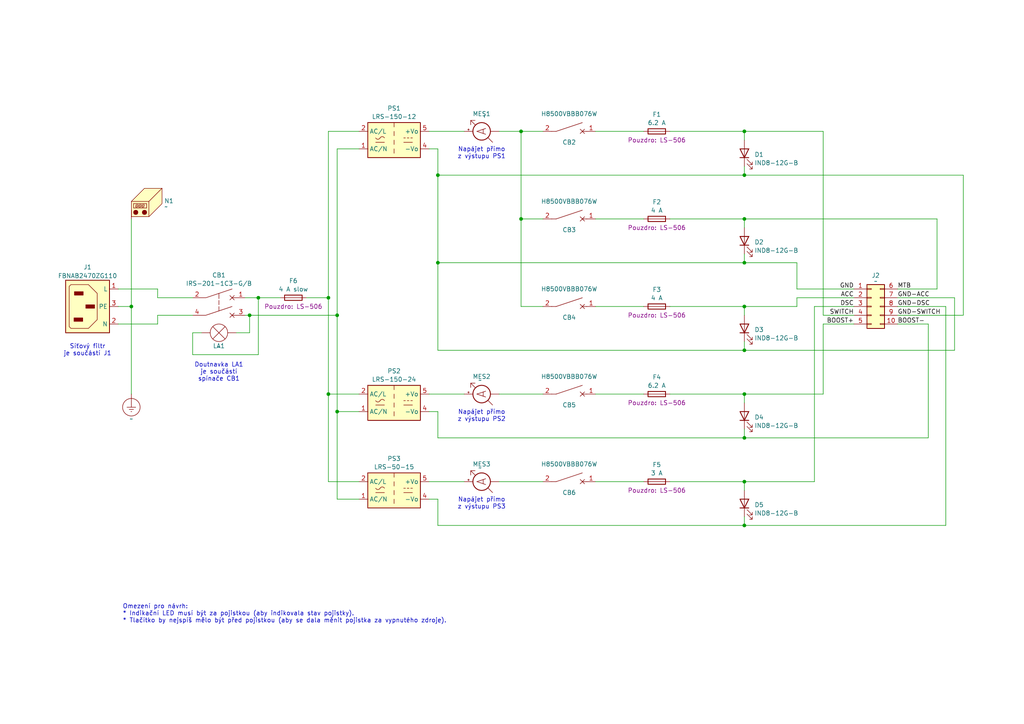
<source format=kicad_sch>
(kicad_sch (version 20231120) (generator "eeschema") (generator_version "8.0")
  (paper "A4")
  (title_block (title "Napájecí zdroj KMŽ/LRKV 2024/2025") (date "2024-12-24") (rev "1.0"))
  (lib_symbols
    (symbol "Connector:IEC_60320_C14_Receptacle"
      (property "Reference" "J" (at -5.842 8.636 0))
      (property "Value" "IEC_60320_C14_Receptacle" (at 0 -9.144 0))
      (symbol "IEC_60320_C14_Receptacle_1_1"
        (rectangle (start -6.35 7.62) (end 6.35 -7.62) (stroke (width 0.254)) (fill (type background)))
        (rectangle (start -3.937 -3.302) (end -1.397 -4.318) (fill (type outline)))
        (rectangle (start -3.81 4.318) (end -1.27 3.302) (fill (type outline)))
        (rectangle (start -0.508 0.508) (end 2.032 -0.508) (fill (type outline)))
        (polyline (pts (xy -4.826 -6.35) (xy -5.334 -5.842) (xy -5.334 5.842) (xy -4.826 6.35) (xy 0.254 6.35) (xy 2.794 3.81) (xy 2.794 -3.81) (xy 0.254 -6.35) (xy -4.826 -6.35)) (fill (type background)))
        (pin power_in line (at 8.89 5.08 180) (length 2.54) (name "L") (number "1"))
        (pin power_in line (at 8.89 -5.08 180) (length 2.54) (name "N") (number "2"))
        (pin bidirectional line (at 8.89 0 180) (length 2.54) (name "PE") (number "3"))
      )
    )
    (symbol "Connector_Generic:Conn_02x05_Top_Bottom" (pin_names (offset 1.016) hide)
      (property "Reference" "J" (at 1.27 7.62 0))
      (property "Value" "Conn_02x05_Top_Bottom" (at 1.27 -7.62 0))
      (symbol "Conn_02x05_Top_Bottom_1_1"
        (rectangle (start -1.27 -4.953) (end 0 -5.207) (stroke (width 0.1524)))
        (rectangle (start -1.27 -2.413) (end 0 -2.667) (stroke (width 0.1524)))
        (rectangle (start -1.27 0.127) (end 0 -0.127) (stroke (width 0.1524)))
        (rectangle (start -1.27 2.667) (end 0 2.413) (stroke (width 0.1524)))
        (rectangle (start -1.27 5.207) (end 0 4.953) (stroke (width 0.1524)))
        (rectangle (start -1.27 6.35) (end 3.81 -6.35) (stroke (width 0.254)) (fill (type background)))
        (rectangle (start 3.81 -4.953) (end 2.54 -5.207) (stroke (width 0.1524)))
        (rectangle (start 3.81 -2.413) (end 2.54 -2.667) (stroke (width 0.1524)))
        (rectangle (start 3.81 0.127) (end 2.54 -0.127) (stroke (width 0.1524)))
        (rectangle (start 3.81 2.667) (end 2.54 2.413) (stroke (width 0.1524)))
        (rectangle (start 3.81 5.207) (end 2.54 4.953) (stroke (width 0.1524)))
        (pin passive line (at -5.08 5.08 0) (length 3.81) (name "Pin_1") (number "1"))
        (pin passive line (at 7.62 -5.08 180) (length 3.81) (name "Pin_10") (number "10"))
        (pin passive line (at -5.08 2.54 0) (length 3.81) (name "Pin_2") (number "2"))
        (pin passive line (at -5.08 0 0) (length 3.81) (name "Pin_3") (number "3"))
        (pin passive line (at -5.08 -2.54 0) (length 3.81) (name "Pin_4") (number "4"))
        (pin passive line (at -5.08 -5.08 0) (length 3.81) (name "Pin_5") (number "5"))
        (pin passive line (at 7.62 5.08 180) (length 3.81) (name "Pin_6") (number "6"))
        (pin passive line (at 7.62 2.54 180) (length 3.81) (name "Pin_7") (number "7"))
        (pin passive line (at 7.62 0 180) (length 3.81) (name "Pin_8") (number "8"))
        (pin passive line (at 7.62 -2.54 180) (length 3.81) (name "Pin_9") (number "9"))
      )
    )
    (symbol "Converter_ACDC:BAC05S05DC"
      (property "Reference" "PS" (at 0 6.35 0))
      (property "Value" "BAC05S05DC" (at 0 -6.35 0))
      (symbol "BAC05S05DC_0_1"
        (rectangle (start -7.62 5.08) (end 7.62 -5.08) (stroke (width 0.254)) (fill (type background)))
        (arc (start -5.334 0.635) (mid -4.699 0.2495) (end -4.064 0.635))
        (arc (start -2.794 0.635) (mid -3.429 1.0072) (end -4.064 0.635))
        (polyline (pts (xy -5.334 -0.635) (xy -2.794 -0.635)))
        (polyline (pts (xy 0 -2.54) (xy 0 -3.81)))
        (polyline (pts (xy 0 0) (xy 0 -1.27)))
        (polyline (pts (xy 0 2.54) (xy 0 1.27)))
        (polyline (pts (xy 0 5.08) (xy 0 3.81)))
        (polyline (pts (xy 2.794 -0.635) (xy 5.334 -0.635)))
        (polyline (pts (xy 2.794 0.635) (xy 3.302 0.635)))
        (polyline (pts (xy 3.81 0.635) (xy 4.318 0.635)))
        (polyline (pts (xy 4.826 0.635) (xy 5.334 0.635)))
      )
      (symbol "BAC05S05DC_1_1"
        (pin power_in line (at -10.16 -2.54 0) (length 2.54) (name "AC/N") (number "1"))
        (pin power_in line (at -10.16 2.54 0) (length 2.54) (name "AC/L") (number "2"))
        (pin no_connect line (at 7.62 0 180) (length 2.54) hide (name "NC") (number "3"))
        (pin power_out line (at 10.16 -2.54 180) (length 2.54) (name "-Vo") (number "4"))
        (pin power_out line (at 10.16 2.54 180) (length 2.54) (name "+Vo") (number "5"))
      )
    )
    (symbol "Device:Ammeter_DC" (pin_numbers hide) (pin_names (offset 0.0254) hide)
      (property "Reference" "MES" (at -3.302 1.016 0))
      (property "Value" "Ammeter_DC" (at -3.302 -0.762 0))
      (symbol "Ammeter_DC_0_0"
        (polyline (pts (xy -3.175 -3.175) (xy -1.905 -1.905)))
        (polyline (pts (xy 1.905 1.905) (xy 3.175 3.175)))
        (polyline (pts (xy 1.905 3.175) (xy 3.175 3.175) (xy 3.175 1.905)))
        (text "A" (at 0 0 0) (effects (font (size 2.54 2.54))))
      )
      (symbol "Ammeter_DC_0_1"
        (polyline (pts (xy 0.254 3.81) (xy 0.762 3.81)))
        (polyline (pts (xy 0.508 4.064) (xy 0.508 3.556)))
        (circle (center 0 0) (radius 2.54) (stroke (width 0.254)))
      )
      (symbol "Ammeter_DC_1_1"
        (pin passive line (at 0 -5.08 90) (length 2.54) (name "-") (number "1"))
        (pin passive line (at 0 5.08 270) (length 2.54) (name "+") (number "2"))
      )
    )
    (symbol "Device:CircuitBreaker_1P"
      (property "Reference" "CB" (at 1.905 0 0))
      (property "Value" "CircuitBreaker_1P" (at 1.905 1.905 0))
      (symbol "CircuitBreaker_1P_0_1"
        (polyline (pts (xy 0 -5.08) (xy 0 -3.81)))
        (polyline (pts (xy 0 -3.81) (xy -2.54 3.81)))
      )
      (symbol "CircuitBreaker_1P_1_1"
        (polyline (pts (xy -0.635 4.445) (xy 0.635 3.175)))
        (polyline (pts (xy 0 5.08) (xy 0 3.81)))
        (polyline (pts (xy 0.635 4.445) (xy -0.635 3.175)))
        (pin passive line (at 0 7.62 270) (length 2.54) (name "~") (number "1"))
        (pin passive line (at 0 -7.62 90) (length 2.54) (name "~") (number "2"))
      )
    )
    (symbol "Device:CircuitBreaker_2P"
      (property "Reference" "CB" (at 3.81 0 0))
      (property "Value" "CircuitBreaker_2P" (at 3.81 2.54 0))
      (symbol "CircuitBreaker_2P_0_1"
        (polyline (pts (xy -3.81 0) (xy -2.286 0)))
        (polyline (pts (xy -2.54 -3.81) (xy -5.08 3.81)))
        (polyline (pts (xy -1.778 0) (xy -0.508 0)))
        (polyline (pts (xy 0 0) (xy 1.27 0)))
        (polyline (pts (xy 2.54 -5.08) (xy 2.54 -3.81)))
        (polyline (pts (xy 2.54 -3.81) (xy 0 3.81)))
      )
      (symbol "CircuitBreaker_2P_1_1"
        (polyline (pts (xy -3.175 4.445) (xy -1.905 3.175)))
        (polyline (pts (xy -2.54 -3.81) (xy -2.54 -5.08)))
        (polyline (pts (xy -2.54 5.08) (xy -2.54 3.81)))
        (polyline (pts (xy -1.905 4.445) (xy -3.175 3.175)))
        (polyline (pts (xy 1.905 4.445) (xy 3.175 3.175)))
        (polyline (pts (xy 2.54 5.08) (xy 2.54 3.81)))
        (polyline (pts (xy 3.175 4.445) (xy 1.905 3.175)))
        (pin passive line (at -2.54 7.62 270) (length 2.54) (name "~") (number "1"))
        (pin passive line (at -2.54 -7.62 90) (length 2.54) (name "~") (number "2"))
        (pin passive line (at 2.54 7.62 270) (length 2.54) (name "~") (number "3"))
        (pin passive line (at 2.54 -7.62 90) (length 2.54) (name "~") (number "4"))
      )
    )
    (symbol "Device:Fuse" (pin_numbers hide) (pin_names (offset 0))
      (property "Reference" "F" (at 2.032 0 90))
      (property "Value" "Fuse" (at -1.905 0 90))
      (symbol "Fuse_0_1"
        (rectangle (start -0.762 -2.54) (end 0.762 2.54) (stroke (width 0.254)))
        (polyline (pts (xy 0 2.54) (xy 0 -2.54)))
      )
      (symbol "Fuse_1_1"
        (pin passive line (at 0 3.81 270) (length 1.27) (name "~") (number "1"))
        (pin passive line (at 0 -3.81 90) (length 1.27) (name "~") (number "2"))
      )
    )
    (symbol "Device:LED" (pin_numbers hide) (pin_names (offset 1.016) hide)
      (property "Reference" "D" (at 0 2.54 0))
      (property "Value" "LED" (at 0 -2.54 0))
      (symbol "LED_0_1"
        (polyline (pts (xy -1.27 -1.27) (xy -1.27 1.27)) (stroke (width 0.254)))
        (polyline (pts (xy -1.27 0) (xy 1.27 0)))
        (polyline (pts (xy 1.27 -1.27) (xy 1.27 1.27) (xy -1.27 0) (xy 1.27 -1.27)) (stroke (width 0.254)))
        (polyline (pts (xy -3.048 -0.762) (xy -4.572 -2.286) (xy -3.81 -2.286) (xy -4.572 -2.286) (xy -4.572 -1.524)))
        (polyline (pts (xy -1.778 -0.762) (xy -3.302 -2.286) (xy -2.54 -2.286) (xy -3.302 -2.286) (xy -3.302 -1.524)))
      )
      (symbol "LED_1_1"
        (pin passive line (at -3.81 0 0) (length 2.54) (name "K") (number "1"))
        (pin passive line (at 3.81 0 180) (length 2.54) (name "A") (number "2"))
      )
    )
    (symbol "Device:Lamp" (pin_numbers hide) (pin_names (offset 0.0254) hide)
      (property "Reference" "LA" (at 0.635 3.81 0))
      (property "Value" "Lamp" (at 0.635 -3.81 0))
      (symbol "Lamp_0_1"
        (polyline (pts (xy -1.778 1.778) (xy 1.778 -1.778)))
        (polyline (pts (xy 1.778 1.778) (xy -1.778 -1.778)))
        (circle (center 0 0) (radius 2.54))
      )
      (symbol "Lamp_1_1"
        (pin passive line (at 0 -5.08 90) (length 2.54) (name "-") (number "1"))
        (pin passive line (at 0 5.08 270) (length 2.54) (name "+") (number "2"))
      )
    )
    (symbol "Mechanical:Housing_Pad" (pin_numbers hide) (pin_names (offset 1.016) hide) (exclude_from_sim yes)
      (property "Reference" "N" (at 4.445 0 0))
      (property "Value" "Housing_Pad" (at 4.445 -1.905 0))
      (symbol "Housing_Pad_0_1"
        (rectangle (start -4.445 -0.635) (end -0.635 -1.905))
        (circle (center -3.81 -3.175) (radius 0.635) (fill (type outline)))
        (circle (center -1.27 -3.175) (radius 0.635) (fill (type outline)))
        (polyline (pts (xy -3.8862 -1.5748) (xy -3.8354 -1.3716)))
        (polyline (pts (xy -3.7846 -1.6764) (xy -3.429 -1.6764)))
        (polyline (pts (xy -3.7846 -1.2192) (xy -3.7338 -0.9652)))
        (polyline (pts (xy -3.683 -1.3208) (xy -3.3782 -1.3208)))
        (polyline (pts (xy -3.5814 -0.9144) (xy -3.2766 -0.9144)))
        (polyline (pts (xy -3.2766 -1.6256) (xy -3.2258 -1.3716)))
        (polyline (pts (xy -3.175 -1.2192) (xy -3.1242 -0.9652)))
        (polyline (pts (xy -2.9718 -1.5748) (xy -2.921 -1.3716)))
        (polyline (pts (xy -2.8702 -1.6764) (xy -2.5146 -1.6764)))
        (polyline (pts (xy -2.8702 -1.2192) (xy -2.8194 -0.9652)))
        (polyline (pts (xy -2.7686 -1.3208) (xy -2.4638 -1.3208)))
        (polyline (pts (xy -2.667 -0.9144) (xy -2.3622 -0.9144)))
        (polyline (pts (xy -2.3622 -1.6256) (xy -2.3114 -1.3716)))
        (polyline (pts (xy -2.2606 -1.2192) (xy -2.2098 -0.9652)))
        (polyline (pts (xy -2.0574 -1.5748) (xy -2.0066 -1.3716)))
        (polyline (pts (xy -1.9558 -1.6764) (xy -1.6002 -1.6764)))
        (polyline (pts (xy -1.9558 -1.2192) (xy -1.905 -0.9652)))
        (polyline (pts (xy -1.8542 -1.3208) (xy -1.5494 -1.3208)))
        (polyline (pts (xy -1.7526 -0.9144) (xy -1.4478 -0.9144)))
        (polyline (pts (xy -1.4478 -1.6256) (xy -1.397 -1.3716)))
        (polyline (pts (xy -1.3462 -1.2192) (xy -1.2954 -0.9652)))
        (polyline (pts (xy 0 0) (xy 0 -4.445)))
        (polyline (pts (xy -5.08 0) (xy 0 0) (xy 3.81 3.81)))
        (polyline (pts (xy -5.08 0) (xy -5.08 -4.445) (xy 0 -4.445) (xy 3.81 -0.635) (xy 3.81 3.81) (xy -1.27 3.81) (xy -5.08 0)) (fill (type background)))
      )
      (symbol "Housing_Pad_1_1"
        (pin input line (at -5.08 -5.08 90) (length 2.54) (name "PAD") (number "1"))
      )
    )
    (symbol "power:Earth_Protective" (power) (pin_numbers hide) (pin_names (offset 0) hide)
      (property "Value" "Earth_Protective" (at 0 -7.62 0))
      (symbol "Earth_Protective_0_1"
        (circle (center 0 -3.81) (radius 2.54))
        (polyline (pts (xy -0.635 -4.445) (xy 0.635 -4.445)))
        (polyline (pts (xy -0.127 -5.08) (xy 0.127 -5.08)))
        (polyline (pts (xy 0 -3.81) (xy 0 0)))
        (polyline (pts (xy 1.27 -3.81) (xy -1.27 -3.81)))
      )
      (symbol "Earth_Protective_1_1"
        (pin power_in line (at 0 0 270) (length 0) (name "~") (number "1"))
      )
    )
  )
  (junction (at 74.93 86.36))
  (junction (at 72.39 91.44))
  (junction (at 215.9 88.9))
  (junction (at 127 76.2))
  (junction (at 95.25 86.36))
  (junction (at 127 50.8))
  (junction (at 215.9 50.8))
  (junction (at 215.9 127))
  (junction (at 215.9 101.6))
  (junction (at 215.9 152.4))
  (junction (at 95.25 114.3))
  (junction (at 215.9 114.3))
  (junction (at 151.13 38.1))
  (junction (at 215.9 76.2))
  (junction (at 38.1 88.9))
  (junction (at 215.9 63.5))
  (junction (at 97.79 91.44))
  (junction (at 97.79 119.38))
  (junction (at 215.9 38.1))
  (junction (at 151.13 63.5))
  (junction (at 215.9 139.7))
  (wire (pts (xy 97.79 43.18) (xy 104.14 43.18)))
  (wire (pts (xy 215.9 38.1) (xy 215.9 40.64)))
  (wire (pts (xy 151.13 63.5) (xy 151.13 88.9)))
  (wire (pts (xy 215.9 76.2) (xy 231.14 76.2)))
  (wire (pts (xy 231.14 86.36) (xy 247.65 86.36)))
  (wire (pts (xy 97.79 144.78) (xy 104.14 144.78)))
  (wire (pts (xy 124.46 38.1) (xy 134.62 38.1)))
  (wire (pts (xy 127 76.2) (xy 127 101.6)))
  (wire (pts (xy 215.9 50.8) (xy 279.4 50.8)))
  (wire (pts (xy 144.78 139.7) (xy 157.48 139.7)))
  (wire (pts (xy 172.72 114.3) (xy 186.69 114.3)))
  (wire (pts (xy 58.42 96.52) (xy 55.88 96.52)))
  (wire (pts (xy 231.14 83.82) (xy 247.65 83.82)))
  (wire (pts (xy 260.35 91.44) (xy 279.4 91.44)))
  (wire (pts (xy 236.22 88.9) (xy 247.65 88.9)))
  (wire (pts (xy 97.79 119.38) (xy 97.79 144.78)))
  (wire (pts (xy 45.72 91.44) (xy 45.72 93.98)))
  (wire (pts (xy 45.72 86.36) (xy 55.88 86.36)))
  (wire (pts (xy 95.25 38.1) (xy 104.14 38.1)))
  (wire (pts (xy 34.29 88.9) (xy 38.1 88.9)))
  (wire (pts (xy 194.31 139.7) (xy 215.9 139.7)))
  (wire (pts (xy 71.12 86.36) (xy 74.93 86.36)))
  (wire (pts (xy 215.9 124.46) (xy 215.9 127)))
  (wire (pts (xy 215.9 114.3) (xy 238.76 114.3)))
  (wire (pts (xy 127 50.8) (xy 127 76.2)))
  (wire (pts (xy 71.12 91.44) (xy 72.39 91.44)))
  (wire (pts (xy 97.79 119.38) (xy 104.14 119.38)))
  (wire (pts (xy 260.35 83.82) (xy 271.78 83.82)))
  (wire (pts (xy 215.9 63.5) (xy 271.78 63.5)))
  (wire (pts (xy 97.79 91.44) (xy 97.79 43.18)))
  (wire (pts (xy 269.24 127) (xy 269.24 93.98)))
  (wire (pts (xy 34.29 83.82) (xy 45.72 83.82)))
  (wire (pts (xy 215.9 114.3) (xy 215.9 116.84)))
  (wire (pts (xy 260.35 86.36) (xy 276.86 86.36)))
  (wire (pts (xy 215.9 88.9) (xy 215.9 91.44)))
  (wire (pts (xy 172.72 139.7) (xy 186.69 139.7)))
  (wire (pts (xy 127 101.6) (xy 215.9 101.6)))
  (wire (pts (xy 172.72 88.9) (xy 186.69 88.9)))
  (wire (pts (xy 215.9 73.66) (xy 215.9 76.2)))
  (wire (pts (xy 172.72 38.1) (xy 186.69 38.1)))
  (wire (pts (xy 215.9 149.86) (xy 215.9 152.4)))
  (wire (pts (xy 215.9 139.7) (xy 215.9 142.24)))
  (wire (pts (xy 151.13 63.5) (xy 157.48 63.5)))
  (wire (pts (xy 274.32 152.4) (xy 274.32 88.9)))
  (wire (pts (xy 127 152.4) (xy 215.9 152.4)))
  (wire (pts (xy 172.72 63.5) (xy 186.69 63.5)))
  (wire (pts (xy 45.72 83.82) (xy 45.72 86.36)))
  (wire (pts (xy 38.1 63.5) (xy 38.1 88.9)))
  (wire (pts (xy 127 76.2) (xy 215.9 76.2)))
  (wire (pts (xy 95.25 139.7) (xy 104.14 139.7)))
  (wire (pts (xy 231.14 76.2) (xy 231.14 83.82)))
  (wire (pts (xy 276.86 101.6) (xy 276.86 86.36)))
  (wire (pts (xy 127 144.78) (xy 127 152.4)))
  (wire (pts (xy 238.76 114.3) (xy 238.76 93.98)))
  (wire (pts (xy 127 50.8) (xy 215.9 50.8)))
  (wire (pts (xy 124.46 139.7) (xy 134.62 139.7)))
  (wire (pts (xy 95.25 86.36) (xy 95.25 38.1)))
  (wire (pts (xy 55.88 96.52) (xy 55.88 102.87)))
  (wire (pts (xy 238.76 93.98) (xy 247.65 93.98)))
  (wire (pts (xy 215.9 127) (xy 269.24 127)))
  (wire (pts (xy 215.9 101.6) (xy 276.86 101.6)))
  (wire (pts (xy 144.78 38.1) (xy 151.13 38.1)))
  (wire (pts (xy 260.35 88.9) (xy 274.32 88.9)))
  (wire (pts (xy 72.39 91.44) (xy 97.79 91.44)))
  (wire (pts (xy 238.76 38.1) (xy 238.76 91.44)))
  (wire (pts (xy 194.31 38.1) (xy 215.9 38.1)))
  (wire (pts (xy 215.9 99.06) (xy 215.9 101.6)))
  (wire (pts (xy 151.13 38.1) (xy 157.48 38.1)))
  (wire (pts (xy 124.46 144.78) (xy 127 144.78)))
  (wire (pts (xy 74.93 102.87) (xy 74.93 86.36)))
  (wire (pts (xy 124.46 43.18) (xy 127 43.18)))
  (wire (pts (xy 238.76 91.44) (xy 247.65 91.44)))
  (wire (pts (xy 151.13 38.1) (xy 151.13 63.5)))
  (wire (pts (xy 55.88 102.87) (xy 74.93 102.87)))
  (wire (pts (xy 68.58 96.52) (xy 72.39 96.52)))
  (wire (pts (xy 38.1 88.9) (xy 38.1 114.3)))
  (wire (pts (xy 260.35 93.98) (xy 269.24 93.98)))
  (wire (pts (xy 127 119.38) (xy 127 127)))
  (wire (pts (xy 215.9 139.7) (xy 236.22 139.7)))
  (wire (pts (xy 279.4 50.8) (xy 279.4 91.44)))
  (wire (pts (xy 95.25 139.7) (xy 95.25 114.3)))
  (wire (pts (xy 194.31 114.3) (xy 215.9 114.3)))
  (wire (pts (xy 88.9 86.36) (xy 95.25 86.36)))
  (wire (pts (xy 151.13 88.9) (xy 157.48 88.9)))
  (wire (pts (xy 95.25 86.36) (xy 95.25 114.3)))
  (wire (pts (xy 215.9 152.4) (xy 274.32 152.4)))
  (wire (pts (xy 55.88 91.44) (xy 45.72 91.44)))
  (wire (pts (xy 215.9 88.9) (xy 231.14 88.9)))
  (wire (pts (xy 45.72 93.98) (xy 34.29 93.98)))
  (wire (pts (xy 215.9 63.5) (xy 215.9 66.04)))
  (wire (pts (xy 231.14 88.9) (xy 231.14 86.36)))
  (wire (pts (xy 144.78 114.3) (xy 157.48 114.3)))
  (wire (pts (xy 127 43.18) (xy 127 50.8)))
  (wire (pts (xy 124.46 114.3) (xy 134.62 114.3)))
  (wire (pts (xy 271.78 63.5) (xy 271.78 83.82)))
  (wire (pts (xy 124.46 119.38) (xy 127 119.38)))
  (wire (pts (xy 95.25 114.3) (xy 104.14 114.3)))
  (wire (pts (xy 215.9 48.26) (xy 215.9 50.8)))
  (wire (pts (xy 194.31 88.9) (xy 215.9 88.9)))
  (wire (pts (xy 127 127) (xy 215.9 127)))
  (wire (pts (xy 72.39 96.52) (xy 72.39 91.44)))
  (wire (pts (xy 194.31 63.5) (xy 215.9 63.5)))
  (wire (pts (xy 215.9 38.1) (xy 238.76 38.1)))
  (wire (pts (xy 74.93 86.36) (xy 81.28 86.36)))
  (wire (pts (xy 236.22 139.7) (xy 236.22 88.9)))
  (wire (pts (xy 97.79 91.44) (xy 97.79 119.38)))
  (text "Doutnavka LA1\nje součástí\nspínače CB1" (at 63.5 107.95 0) (effects (font (size 1.27 1.27))))
  (text "Omezení pro návrh:\n* Indikační LED musí být za pojistkou (aby indikovala stav pojistky).\n* Tlačítko by nejspíš mělo být před pojistkou (aby se dala měnit pojistka za vypnutého zdroje)." (at 35.56 175.26 0) (effects (font (size 1.27 1.27)) (justify left top)))
  (text "Napájet přímo\nz výstupu PS2" (at 139.7 120.65 0) (effects (font (size 1.27 1.27))))
  (text "Síťový filtr\nje součástí J1" (at 25.4 101.6 0) (effects (font (size 1.27 1.27))))
  (text "Napájet přímo\nz výstupu PS3" (at 139.7 146.05 0) (effects (font (size 1.27 1.27))))
  (text "Napájet přímo\nz výstupu PS1" (at 139.7 44.45 0) (effects (font (size 1.27 1.27))))
  (label "GND-SWITCH" (at 260.35 91.44 0))
  (label "GND-ACC" (at 260.35 86.36 0))
  (label "SWITCH" (at 247.65 91.44 180))
  (label "MTB" (at 260.35 83.82 0))
  (label "ACC" (at 247.65 86.36 180))
  (label "DSC" (at 247.65 88.9 180))
  (label "GND-DSC" (at 260.35 88.9 0))
  (label "GND" (at 247.65 83.82 180))
  (label "BOOST-" (at 260.35 93.98 0))
  (label "BOOST+" (at 247.65 93.98 180))
  (symbol (lib_id "Device:LED") (at 215.9 95.25 90) (unit 1)
    (property "Reference" "D3" (at 218.821 95.6253 90) (effects (justify right)))
    (property "Value" "IND8-12G-B" (at 218.821 98.0496 90) (effects (justify right)))
    (property "Description" "Light emitting diode" (effects (hide yes)))
  )
  (symbol (lib_id "Mechanical:Housing_Pad") (at 43.18 58.42 0) (unit 1) (exclude_from_sim yes)
    (property "Reference" "N1" (at 47.625 58.2683 0) (effects (justify left)))
    (property "Value" "~" (at 47.625 59.9497 0) (effects (justify left)))
    (property "Description" "Housing with connection pin" (effects (hide yes)))
  )
  (symbol (lib_id "Device:Fuse") (at 190.5 114.3 90) (unit 1)
    (property "Reference" "F4" (at 190.5 109.3935 90))
    (property "Value" "6.2 A" (at 190.5 111.8178 90))
    (property "Description" "Fuse" (effects (hide yes)))
    (property "Pouzdro" "LS-506" (at 190.5 116.84 90) (show_name yes))
  )
  (symbol (lib_id "Connector_Generic:Conn_02x05_Top_Bottom") (at 252.73 88.9 0) (unit 1)
    (property "Reference" "J2" (at 254 79.8915 0))
    (property "Value" "~" (at 254 81.5729 0))
    (property "Description" "Generic connector, double row, 02x05, top/bottom pin numbering scheme (row 1: 1...pins_per_row, row2: pins_per_row+1 ... num_pins), script generated (kicad-library-utils/schlib/autogen/connector/)" (effects (hide yes)))
  )
  (symbol (lib_id "Device:CircuitBreaker_1P") (at 165.1 139.7 270) (unit 1)
    (property "Reference" "CB6" (at 165.1 142.8665 90))
    (property "Value" "H8500VBBB076W" (at 165.1 134.62 90))
    (property "Description" "Single pole circuit breaker" (effects (hide yes)))
  )
  (symbol (lib_id "Device:Fuse") (at 190.5 63.5 90) (unit 1)
    (property "Reference" "F2" (at 190.5 58.5935 90))
    (property "Value" "4 A" (at 190.5 61.0178 90))
    (property "Description" "Fuse" (effects (hide yes)))
    (property "Pouzdro" "LS-506" (at 190.5 66.04 90) (show_name yes))
  )
  (symbol (lib_id "Device:Fuse") (at 85.09 86.36 90) (unit 1)
    (property "Reference" "F6" (at 85.09 81.4535 90))
    (property "Value" "4 A slow" (at 85.09 83.8778 90))
    (property "Description" "Fuse" (effects (hide yes)))
    (property "Pouzdro" "LS-506" (at 85.09 88.9 90) (show_name yes))
  )
  (symbol (lib_id "Device:CircuitBreaker_1P") (at 165.1 38.1 270) (unit 1)
    (property "Reference" "CB2" (at 165.1 41.2665 90))
    (property "Value" "H8500VBBB076W" (at 165.1 33.02 90))
    (property "Description" "Single pole circuit breaker" (effects (hide yes)))
  )
  (symbol (lib_id "Device:LED") (at 215.9 120.65 90) (unit 1)
    (property "Reference" "D4" (at 218.821 121.0253 90) (effects (justify right)))
    (property "Value" "IND8-12G-B" (at 218.821 123.4496 90) (effects (justify right)))
    (property "Description" "Light emitting diode" (effects (hide yes)))
  )
  (symbol (lib_id "Device:Fuse") (at 190.5 88.9 90) (unit 1)
    (property "Reference" "F3" (at 190.5 83.9935 90))
    (property "Value" "4 A" (at 190.5 86.4178 90))
    (property "Description" "Fuse" (effects (hide yes)))
    (property "Pouzdro" "LS-506" (at 190.5 91.44 90) (show_name yes))
  )
  (symbol (lib_id "Device:LED") (at 215.9 44.45 90) (unit 1)
    (property "Reference" "D1" (at 218.821 44.8253 90) (effects (justify right)))
    (property "Value" "IND8-12G-B" (at 218.821 47.2496 90) (effects (justify right)))
    (property "Description" "Light emitting diode" (effects (hide yes)))
  )
  (symbol (lib_id "Device:CircuitBreaker_2P") (at 63.5 88.9 270) (unit 1)
    (property "Reference" "CB1" (at 63.5 79.8025 90))
    (property "Value" "IRS-201-1C3-G/B" (at 63.5 82.2268 90))
    (property "Description" "Double pole circuit breaker" (effects (hide yes)))
  )
  (symbol (lib_id "Converter_ACDC:BAC05S05DC") (at 114.3 116.84 0) (unit 1)
    (property "Reference" "PS2" (at 114.3 107.6155 0))
    (property "Value" "LRS-150-24" (at 114.3 110.0398 0))
    (property "Footprint" "Converter_ACDC:Converter_ACDC_Murata_BAC05SxxDC_THT" (effects (hide yes)))
    (property "Datasheet" "https://www.murata.com/products/productdata/8809982558238/KAC-BAC05.pdf" (effects (hide yes)))
    (property "Description" "5V, 1A, 5W, Isolated, AC-DC" (effects (hide yes)))
  )
  (symbol (lib_id "Device:CircuitBreaker_1P") (at 165.1 63.5 270) (unit 1)
    (property "Reference" "CB3" (at 165.1 66.6665 90))
    (property "Value" "H8500VBBB076W" (at 165.1 58.42 90))
    (property "Description" "Single pole circuit breaker" (effects (hide yes)))
  )
  (symbol (lib_id "Device:Ammeter_DC") (at 139.7 114.3 90) (unit 1)
    (property "Reference" "MES2" (at 139.7 109.22 90))
    (property "Value" "~" (at 139.2555 110.2749 90))
    (property "Description" "DC ammeter" (effects (hide yes)))
  )
  (symbol (lib_id "Device:Lamp") (at 63.5 96.52 270) (mirror x) (unit 1)
    (property "Reference" "LA1" (at 63.5 100.33 90))
    (property "Value" "~" (at 63.5 100.6532 90))
    (property "Description" "Lamp" (effects (hide yes)))
  )
  (symbol (lib_id "power:Earth_Protective") (at 38.1 114.3 0) (unit 1)
    (property "Reference" "#PWR01" (effects (hide yes)))
    (property "Value" "~" (at 38.1 121.5002 0))
    (property "Description" "Power symbol creates a global label with name \"Earth_Protective\"" (effects (hide yes)))
  )
  (symbol (lib_id "Connector:IEC_60320_C14_Receptacle") (at 25.4 88.9 0) (unit 1)
    (property "Reference" "J1" (at 25.4 77.47 0))
    (property "Value" "FBNAB2470ZG110" (at 25.4 80.01 0))
    (property "Description" "C14 Plug, 10A max" (effects (hide yes)))
  )
  (symbol (lib_id "Converter_ACDC:BAC05S05DC") (at 114.3 40.64 0) (unit 1)
    (property "Reference" "PS1" (at 114.3 31.4155 0))
    (property "Value" "LRS-150-12" (at 114.3 33.8398 0))
    (property "Footprint" "Converter_ACDC:Converter_ACDC_Murata_BAC05SxxDC_THT" (effects (hide yes)))
    (property "Datasheet" "https://www.murata.com/products/productdata/8809982558238/KAC-BAC05.pdf" (effects (hide yes)))
    (property "Description" "5V, 1A, 5W, Isolated, AC-DC" (effects (hide yes)))
  )
  (symbol (lib_id "Device:Ammeter_DC") (at 139.7 38.1 90) (unit 1)
    (property "Reference" "MES1" (at 139.7 33.02 90))
    (property "Value" "~" (at 140.4676 34.29 0) (effects (justify left)))
    (property "Description" "DC ammeter" (effects (hide yes)))
  )
  (symbol (lib_id "Device:CircuitBreaker_1P") (at 165.1 114.3 270) (unit 1)
    (property "Reference" "CB5" (at 165.1 117.4665 90))
    (property "Value" "H8500VBBB076W" (at 165.1 109.22 90))
    (property "Description" "Single pole circuit breaker" (effects (hide yes)))
  )
  (symbol (lib_id "Device:Ammeter_DC") (at 139.7 139.7 90) (unit 1)
    (property "Reference" "MES3" (at 139.7 134.62 90))
    (property "Value" "~" (at 139.2555 135.6749 90))
    (property "Description" "DC ammeter" (effects (hide yes)))
  )
  (symbol (lib_id "Converter_ACDC:BAC05S05DC") (at 114.3 142.24 0) (unit 1)
    (property "Reference" "PS3" (at 114.3 133.0155 0))
    (property "Value" "LRS-50-15" (at 114.3 135.4398 0))
    (property "Footprint" "Converter_ACDC:Converter_ACDC_Murata_BAC05SxxDC_THT" (effects (hide yes)))
    (property "Datasheet" "https://www.murata.com/products/productdata/8809982558238/KAC-BAC05.pdf" (effects (hide yes)))
    (property "Description" "5V, 1A, 5W, Isolated, AC-DC" (effects (hide yes)))
  )
  (symbol (lib_id "Device:Fuse") (at 190.5 38.1 90) (unit 1)
    (property "Reference" "F1" (at 190.5 33.1935 90))
    (property "Value" "6.2 A" (at 190.5 35.6178 90))
    (property "Description" "Fuse" (effects (hide yes)))
    (property "Pouzdro" "LS-506" (at 190.5 40.64 90) (show_name yes))
  )
  (symbol (lib_id "Device:LED") (at 215.9 69.85 90) (unit 1)
    (property "Reference" "D2" (at 218.821 70.2253 90) (effects (justify right)))
    (property "Value" "IND8-12G-B" (at 218.821 72.6496 90) (effects (justify right)))
    (property "Description" "Light emitting diode" (effects (hide yes)))
  )
  (symbol (lib_id "Device:CircuitBreaker_1P") (at 165.1 88.9 270) (unit 1)
    (property "Reference" "CB4" (at 165.1 92.0665 90))
    (property "Value" "H8500VBBB076W" (at 165.1 83.82 90))
    (property "Description" "Single pole circuit breaker" (effects (hide yes)))
  )
  (symbol (lib_id "Device:LED") (at 215.9 146.05 90) (unit 1)
    (property "Reference" "D5" (at 218.821 146.4253 90) (effects (justify right)))
    (property "Value" "IND8-12G-B" (at 218.821 148.8496 90) (effects (justify right)))
    (property "Description" "Light emitting diode" (effects (hide yes)))
  )
  (symbol (lib_id "Device:Fuse") (at 190.5 139.7 90) (unit 1)
    (property "Reference" "F5" (at 190.5 134.7935 90))
    (property "Value" "3 A" (at 190.5 137.2178 90))
    (property "Description" "Fuse" (effects (hide yes)))
    (property "Pouzdro" "LS-506" (at 190.5 142.24 90) (show_name yes))
  )
)
</source>
